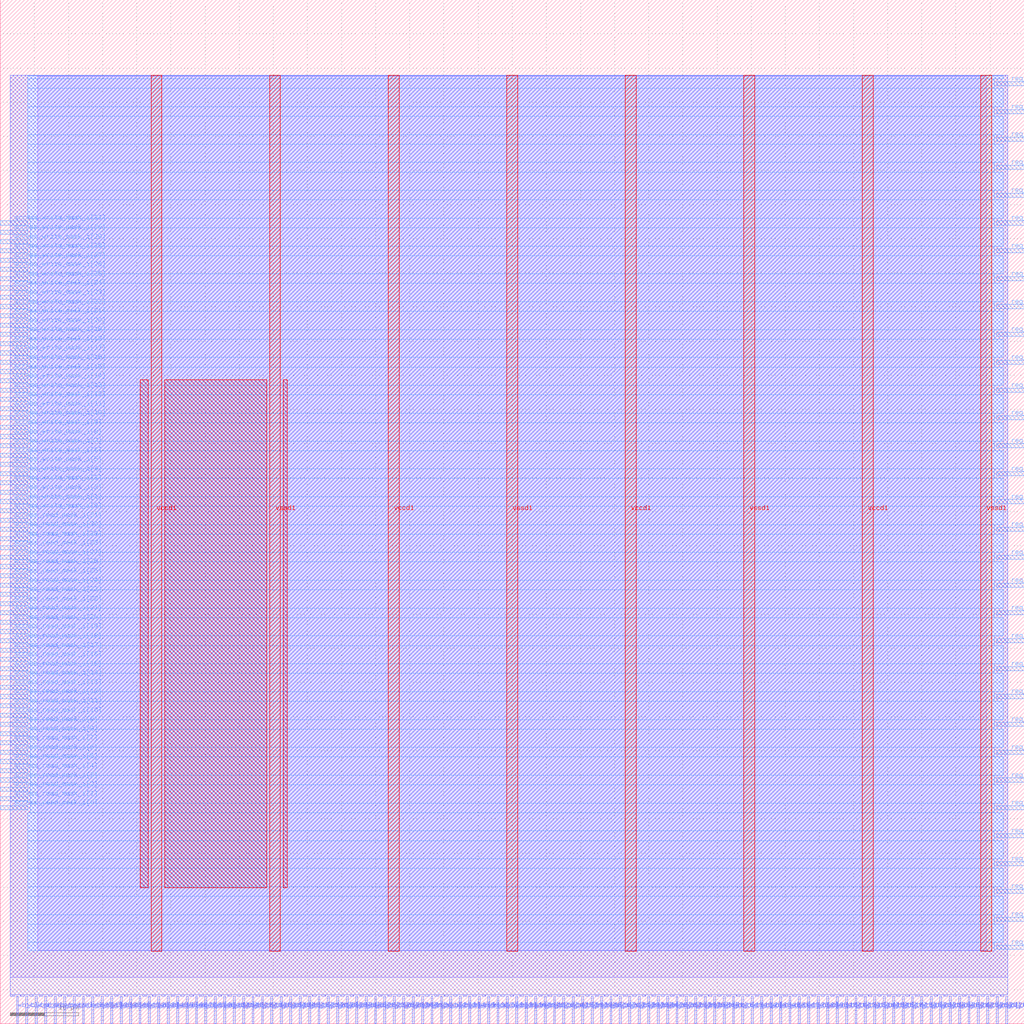
<source format=lef>
VERSION 5.7 ;
  NOWIREEXTENSIONATPIN ON ;
  DIVIDERCHAR "/" ;
  BUSBITCHARS "[]" ;
MACRO wishbone_register_m
  CLASS BLOCK ;
  FOREIGN wishbone_register_m ;
  ORIGIN 0.000 0.000 ;
  SIZE 150.000 BY 150.000 ;
  PIN access_read_mask_i[0]
    DIRECTION INPUT ;
    USE SIGNAL ;
    ANTENNAGATEAREA 0.196500 ;
    PORT
      LAYER met3 ;
        RECT 0.000 31.320 4.000 31.920 ;
    END
  END access_read_mask_i[0]
  PIN access_read_mask_i[10]
    DIRECTION INPUT ;
    USE SIGNAL ;
    ANTENNAGATEAREA 0.196500 ;
    PORT
      LAYER met3 ;
        RECT 0.000 44.920 4.000 45.520 ;
    END
  END access_read_mask_i[10]
  PIN access_read_mask_i[11]
    DIRECTION INPUT ;
    USE SIGNAL ;
    ANTENNAGATEAREA 0.196500 ;
    PORT
      LAYER met3 ;
        RECT 0.000 46.280 4.000 46.880 ;
    END
  END access_read_mask_i[11]
  PIN access_read_mask_i[12]
    DIRECTION INPUT ;
    USE SIGNAL ;
    ANTENNAGATEAREA 0.196500 ;
    PORT
      LAYER met3 ;
        RECT 0.000 47.640 4.000 48.240 ;
    END
  END access_read_mask_i[12]
  PIN access_read_mask_i[13]
    DIRECTION INPUT ;
    USE SIGNAL ;
    ANTENNAGATEAREA 0.196500 ;
    PORT
      LAYER met3 ;
        RECT 0.000 49.000 4.000 49.600 ;
    END
  END access_read_mask_i[13]
  PIN access_read_mask_i[14]
    DIRECTION INPUT ;
    USE SIGNAL ;
    ANTENNAGATEAREA 0.196500 ;
    PORT
      LAYER met3 ;
        RECT 0.000 50.360 4.000 50.960 ;
    END
  END access_read_mask_i[14]
  PIN access_read_mask_i[15]
    DIRECTION INPUT ;
    USE SIGNAL ;
    ANTENNAGATEAREA 0.196500 ;
    PORT
      LAYER met3 ;
        RECT 0.000 51.720 4.000 52.320 ;
    END
  END access_read_mask_i[15]
  PIN access_read_mask_i[16]
    DIRECTION INPUT ;
    USE SIGNAL ;
    ANTENNAGATEAREA 0.196500 ;
    PORT
      LAYER met3 ;
        RECT 0.000 53.080 4.000 53.680 ;
    END
  END access_read_mask_i[16]
  PIN access_read_mask_i[17]
    DIRECTION INPUT ;
    USE SIGNAL ;
    ANTENNAGATEAREA 0.196500 ;
    PORT
      LAYER met3 ;
        RECT 0.000 54.440 4.000 55.040 ;
    END
  END access_read_mask_i[17]
  PIN access_read_mask_i[18]
    DIRECTION INPUT ;
    USE SIGNAL ;
    ANTENNAGATEAREA 0.196500 ;
    PORT
      LAYER met3 ;
        RECT 0.000 55.800 4.000 56.400 ;
    END
  END access_read_mask_i[18]
  PIN access_read_mask_i[19]
    DIRECTION INPUT ;
    USE SIGNAL ;
    ANTENNAGATEAREA 0.196500 ;
    PORT
      LAYER met3 ;
        RECT 0.000 57.160 4.000 57.760 ;
    END
  END access_read_mask_i[19]
  PIN access_read_mask_i[1]
    DIRECTION INPUT ;
    USE SIGNAL ;
    ANTENNAGATEAREA 0.196500 ;
    PORT
      LAYER met3 ;
        RECT 0.000 32.680 4.000 33.280 ;
    END
  END access_read_mask_i[1]
  PIN access_read_mask_i[20]
    DIRECTION INPUT ;
    USE SIGNAL ;
    ANTENNAGATEAREA 0.196500 ;
    PORT
      LAYER met3 ;
        RECT 0.000 58.520 4.000 59.120 ;
    END
  END access_read_mask_i[20]
  PIN access_read_mask_i[21]
    DIRECTION INPUT ;
    USE SIGNAL ;
    ANTENNAGATEAREA 0.196500 ;
    PORT
      LAYER met3 ;
        RECT 0.000 59.880 4.000 60.480 ;
    END
  END access_read_mask_i[21]
  PIN access_read_mask_i[22]
    DIRECTION INPUT ;
    USE SIGNAL ;
    ANTENNAGATEAREA 0.196500 ;
    PORT
      LAYER met3 ;
        RECT 0.000 61.240 4.000 61.840 ;
    END
  END access_read_mask_i[22]
  PIN access_read_mask_i[23]
    DIRECTION INPUT ;
    USE SIGNAL ;
    ANTENNAGATEAREA 0.196500 ;
    PORT
      LAYER met3 ;
        RECT 0.000 62.600 4.000 63.200 ;
    END
  END access_read_mask_i[23]
  PIN access_read_mask_i[24]
    DIRECTION INPUT ;
    USE SIGNAL ;
    ANTENNAGATEAREA 0.196500 ;
    PORT
      LAYER met3 ;
        RECT 0.000 63.960 4.000 64.560 ;
    END
  END access_read_mask_i[24]
  PIN access_read_mask_i[25]
    DIRECTION INPUT ;
    USE SIGNAL ;
    ANTENNAGATEAREA 0.196500 ;
    PORT
      LAYER met3 ;
        RECT 0.000 65.320 4.000 65.920 ;
    END
  END access_read_mask_i[25]
  PIN access_read_mask_i[26]
    DIRECTION INPUT ;
    USE SIGNAL ;
    ANTENNAGATEAREA 0.196500 ;
    PORT
      LAYER met3 ;
        RECT 0.000 66.680 4.000 67.280 ;
    END
  END access_read_mask_i[26]
  PIN access_read_mask_i[27]
    DIRECTION INPUT ;
    USE SIGNAL ;
    ANTENNAGATEAREA 0.196500 ;
    PORT
      LAYER met3 ;
        RECT 0.000 68.040 4.000 68.640 ;
    END
  END access_read_mask_i[27]
  PIN access_read_mask_i[28]
    DIRECTION INPUT ;
    USE SIGNAL ;
    ANTENNAGATEAREA 0.196500 ;
    PORT
      LAYER met3 ;
        RECT 0.000 69.400 4.000 70.000 ;
    END
  END access_read_mask_i[28]
  PIN access_read_mask_i[29]
    DIRECTION INPUT ;
    USE SIGNAL ;
    ANTENNAGATEAREA 0.196500 ;
    PORT
      LAYER met3 ;
        RECT 0.000 70.760 4.000 71.360 ;
    END
  END access_read_mask_i[29]
  PIN access_read_mask_i[2]
    DIRECTION INPUT ;
    USE SIGNAL ;
    ANTENNAGATEAREA 0.196500 ;
    PORT
      LAYER met3 ;
        RECT 0.000 34.040 4.000 34.640 ;
    END
  END access_read_mask_i[2]
  PIN access_read_mask_i[30]
    DIRECTION INPUT ;
    USE SIGNAL ;
    ANTENNAGATEAREA 0.196500 ;
    PORT
      LAYER met3 ;
        RECT 0.000 72.120 4.000 72.720 ;
    END
  END access_read_mask_i[30]
  PIN access_read_mask_i[31]
    DIRECTION INPUT ;
    USE SIGNAL ;
    PORT
      LAYER met3 ;
        RECT 0.000 73.480 4.000 74.080 ;
    END
  END access_read_mask_i[31]
  PIN access_read_mask_i[3]
    DIRECTION INPUT ;
    USE SIGNAL ;
    ANTENNAGATEAREA 0.196500 ;
    PORT
      LAYER met3 ;
        RECT 0.000 35.400 4.000 36.000 ;
    END
  END access_read_mask_i[3]
  PIN access_read_mask_i[4]
    DIRECTION INPUT ;
    USE SIGNAL ;
    ANTENNAGATEAREA 0.196500 ;
    PORT
      LAYER met3 ;
        RECT 0.000 36.760 4.000 37.360 ;
    END
  END access_read_mask_i[4]
  PIN access_read_mask_i[5]
    DIRECTION INPUT ;
    USE SIGNAL ;
    ANTENNAGATEAREA 0.196500 ;
    PORT
      LAYER met3 ;
        RECT 0.000 38.120 4.000 38.720 ;
    END
  END access_read_mask_i[5]
  PIN access_read_mask_i[6]
    DIRECTION INPUT ;
    USE SIGNAL ;
    ANTENNAGATEAREA 0.196500 ;
    PORT
      LAYER met3 ;
        RECT 0.000 39.480 4.000 40.080 ;
    END
  END access_read_mask_i[6]
  PIN access_read_mask_i[7]
    DIRECTION INPUT ;
    USE SIGNAL ;
    ANTENNAGATEAREA 0.196500 ;
    PORT
      LAYER met3 ;
        RECT 0.000 40.840 4.000 41.440 ;
    END
  END access_read_mask_i[7]
  PIN access_read_mask_i[8]
    DIRECTION INPUT ;
    USE SIGNAL ;
    ANTENNAGATEAREA 0.196500 ;
    PORT
      LAYER met3 ;
        RECT 0.000 42.200 4.000 42.800 ;
    END
  END access_read_mask_i[8]
  PIN access_read_mask_i[9]
    DIRECTION INPUT ;
    USE SIGNAL ;
    ANTENNAGATEAREA 0.196500 ;
    PORT
      LAYER met3 ;
        RECT 0.000 43.560 4.000 44.160 ;
    END
  END access_read_mask_i[9]
  PIN access_write_mask_i[0]
    DIRECTION INPUT ;
    USE SIGNAL ;
    ANTENNAGATEAREA 0.196500 ;
    PORT
      LAYER met3 ;
        RECT 0.000 74.840 4.000 75.440 ;
    END
  END access_write_mask_i[0]
  PIN access_write_mask_i[10]
    DIRECTION INPUT ;
    USE SIGNAL ;
    ANTENNAGATEAREA 0.196500 ;
    PORT
      LAYER met3 ;
        RECT 0.000 88.440 4.000 89.040 ;
    END
  END access_write_mask_i[10]
  PIN access_write_mask_i[11]
    DIRECTION INPUT ;
    USE SIGNAL ;
    ANTENNAGATEAREA 0.196500 ;
    PORT
      LAYER met3 ;
        RECT 0.000 89.800 4.000 90.400 ;
    END
  END access_write_mask_i[11]
  PIN access_write_mask_i[12]
    DIRECTION INPUT ;
    USE SIGNAL ;
    ANTENNAGATEAREA 0.196500 ;
    PORT
      LAYER met3 ;
        RECT 0.000 91.160 4.000 91.760 ;
    END
  END access_write_mask_i[12]
  PIN access_write_mask_i[13]
    DIRECTION INPUT ;
    USE SIGNAL ;
    ANTENNAGATEAREA 0.196500 ;
    PORT
      LAYER met3 ;
        RECT 0.000 92.520 4.000 93.120 ;
    END
  END access_write_mask_i[13]
  PIN access_write_mask_i[14]
    DIRECTION INPUT ;
    USE SIGNAL ;
    ANTENNAGATEAREA 0.196500 ;
    PORT
      LAYER met3 ;
        RECT 0.000 93.880 4.000 94.480 ;
    END
  END access_write_mask_i[14]
  PIN access_write_mask_i[15]
    DIRECTION INPUT ;
    USE SIGNAL ;
    ANTENNAGATEAREA 0.196500 ;
    PORT
      LAYER met3 ;
        RECT 0.000 95.240 4.000 95.840 ;
    END
  END access_write_mask_i[15]
  PIN access_write_mask_i[16]
    DIRECTION INPUT ;
    USE SIGNAL ;
    ANTENNAGATEAREA 0.196500 ;
    PORT
      LAYER met3 ;
        RECT 0.000 96.600 4.000 97.200 ;
    END
  END access_write_mask_i[16]
  PIN access_write_mask_i[17]
    DIRECTION INPUT ;
    USE SIGNAL ;
    ANTENNAGATEAREA 0.196500 ;
    PORT
      LAYER met3 ;
        RECT 0.000 97.960 4.000 98.560 ;
    END
  END access_write_mask_i[17]
  PIN access_write_mask_i[18]
    DIRECTION INPUT ;
    USE SIGNAL ;
    ANTENNAGATEAREA 0.196500 ;
    PORT
      LAYER met3 ;
        RECT 0.000 99.320 4.000 99.920 ;
    END
  END access_write_mask_i[18]
  PIN access_write_mask_i[19]
    DIRECTION INPUT ;
    USE SIGNAL ;
    ANTENNAGATEAREA 0.196500 ;
    PORT
      LAYER met3 ;
        RECT 0.000 100.680 4.000 101.280 ;
    END
  END access_write_mask_i[19]
  PIN access_write_mask_i[1]
    DIRECTION INPUT ;
    USE SIGNAL ;
    ANTENNAGATEAREA 0.196500 ;
    PORT
      LAYER met3 ;
        RECT 0.000 76.200 4.000 76.800 ;
    END
  END access_write_mask_i[1]
  PIN access_write_mask_i[20]
    DIRECTION INPUT ;
    USE SIGNAL ;
    ANTENNAGATEAREA 0.196500 ;
    PORT
      LAYER met3 ;
        RECT 0.000 102.040 4.000 102.640 ;
    END
  END access_write_mask_i[20]
  PIN access_write_mask_i[21]
    DIRECTION INPUT ;
    USE SIGNAL ;
    ANTENNAGATEAREA 0.196500 ;
    PORT
      LAYER met3 ;
        RECT 0.000 103.400 4.000 104.000 ;
    END
  END access_write_mask_i[21]
  PIN access_write_mask_i[22]
    DIRECTION INPUT ;
    USE SIGNAL ;
    ANTENNAGATEAREA 0.196500 ;
    PORT
      LAYER met3 ;
        RECT 0.000 104.760 4.000 105.360 ;
    END
  END access_write_mask_i[22]
  PIN access_write_mask_i[23]
    DIRECTION INPUT ;
    USE SIGNAL ;
    ANTENNAGATEAREA 0.196500 ;
    PORT
      LAYER met3 ;
        RECT 0.000 106.120 4.000 106.720 ;
    END
  END access_write_mask_i[23]
  PIN access_write_mask_i[24]
    DIRECTION INPUT ;
    USE SIGNAL ;
    ANTENNAGATEAREA 0.196500 ;
    PORT
      LAYER met3 ;
        RECT 0.000 107.480 4.000 108.080 ;
    END
  END access_write_mask_i[24]
  PIN access_write_mask_i[25]
    DIRECTION INPUT ;
    USE SIGNAL ;
    ANTENNAGATEAREA 0.196500 ;
    PORT
      LAYER met3 ;
        RECT 0.000 108.840 4.000 109.440 ;
    END
  END access_write_mask_i[25]
  PIN access_write_mask_i[26]
    DIRECTION INPUT ;
    USE SIGNAL ;
    ANTENNAGATEAREA 0.196500 ;
    PORT
      LAYER met3 ;
        RECT 0.000 110.200 4.000 110.800 ;
    END
  END access_write_mask_i[26]
  PIN access_write_mask_i[27]
    DIRECTION INPUT ;
    USE SIGNAL ;
    ANTENNAGATEAREA 0.196500 ;
    PORT
      LAYER met3 ;
        RECT 0.000 111.560 4.000 112.160 ;
    END
  END access_write_mask_i[27]
  PIN access_write_mask_i[28]
    DIRECTION INPUT ;
    USE SIGNAL ;
    ANTENNAGATEAREA 0.196500 ;
    PORT
      LAYER met3 ;
        RECT 0.000 112.920 4.000 113.520 ;
    END
  END access_write_mask_i[28]
  PIN access_write_mask_i[29]
    DIRECTION INPUT ;
    USE SIGNAL ;
    ANTENNAGATEAREA 0.196500 ;
    PORT
      LAYER met3 ;
        RECT 0.000 114.280 4.000 114.880 ;
    END
  END access_write_mask_i[29]
  PIN access_write_mask_i[2]
    DIRECTION INPUT ;
    USE SIGNAL ;
    ANTENNAGATEAREA 0.196500 ;
    PORT
      LAYER met3 ;
        RECT 0.000 77.560 4.000 78.160 ;
    END
  END access_write_mask_i[2]
  PIN access_write_mask_i[30]
    DIRECTION INPUT ;
    USE SIGNAL ;
    ANTENNAGATEAREA 0.196500 ;
    PORT
      LAYER met3 ;
        RECT 0.000 115.640 4.000 116.240 ;
    END
  END access_write_mask_i[30]
  PIN access_write_mask_i[31]
    DIRECTION INPUT ;
    USE SIGNAL ;
    PORT
      LAYER met3 ;
        RECT 0.000 117.000 4.000 117.600 ;
    END
  END access_write_mask_i[31]
  PIN access_write_mask_i[3]
    DIRECTION INPUT ;
    USE SIGNAL ;
    ANTENNAGATEAREA 0.196500 ;
    PORT
      LAYER met3 ;
        RECT 0.000 78.920 4.000 79.520 ;
    END
  END access_write_mask_i[3]
  PIN access_write_mask_i[4]
    DIRECTION INPUT ;
    USE SIGNAL ;
    ANTENNAGATEAREA 0.196500 ;
    PORT
      LAYER met3 ;
        RECT 0.000 80.280 4.000 80.880 ;
    END
  END access_write_mask_i[4]
  PIN access_write_mask_i[5]
    DIRECTION INPUT ;
    USE SIGNAL ;
    ANTENNAGATEAREA 0.196500 ;
    PORT
      LAYER met3 ;
        RECT 0.000 81.640 4.000 82.240 ;
    END
  END access_write_mask_i[5]
  PIN access_write_mask_i[6]
    DIRECTION INPUT ;
    USE SIGNAL ;
    ANTENNAGATEAREA 0.196500 ;
    PORT
      LAYER met3 ;
        RECT 0.000 83.000 4.000 83.600 ;
    END
  END access_write_mask_i[6]
  PIN access_write_mask_i[7]
    DIRECTION INPUT ;
    USE SIGNAL ;
    ANTENNAGATEAREA 0.196500 ;
    PORT
      LAYER met3 ;
        RECT 0.000 84.360 4.000 84.960 ;
    END
  END access_write_mask_i[7]
  PIN access_write_mask_i[8]
    DIRECTION INPUT ;
    USE SIGNAL ;
    ANTENNAGATEAREA 0.196500 ;
    PORT
      LAYER met3 ;
        RECT 0.000 85.720 4.000 86.320 ;
    END
  END access_write_mask_i[8]
  PIN access_write_mask_i[9]
    DIRECTION INPUT ;
    USE SIGNAL ;
    ANTENNAGATEAREA 0.196500 ;
    PORT
      LAYER met3 ;
        RECT 0.000 87.080 4.000 87.680 ;
    END
  END access_write_mask_i[9]
  PIN reg_o[0]
    DIRECTION OUTPUT TRISTATE ;
    USE SIGNAL ;
    ANTENNADIFFAREA 2.673000 ;
    PORT
      LAYER met3 ;
        RECT 146.000 10.920 150.000 11.520 ;
    END
  END reg_o[0]
  PIN reg_o[10]
    DIRECTION OUTPUT TRISTATE ;
    USE SIGNAL ;
    ANTENNADIFFAREA 2.673000 ;
    PORT
      LAYER met3 ;
        RECT 146.000 51.720 150.000 52.320 ;
    END
  END reg_o[10]
  PIN reg_o[11]
    DIRECTION OUTPUT TRISTATE ;
    USE SIGNAL ;
    ANTENNADIFFAREA 2.673000 ;
    PORT
      LAYER met3 ;
        RECT 146.000 55.800 150.000 56.400 ;
    END
  END reg_o[11]
  PIN reg_o[12]
    DIRECTION OUTPUT TRISTATE ;
    USE SIGNAL ;
    ANTENNADIFFAREA 2.673000 ;
    PORT
      LAYER met3 ;
        RECT 146.000 59.880 150.000 60.480 ;
    END
  END reg_o[12]
  PIN reg_o[13]
    DIRECTION OUTPUT TRISTATE ;
    USE SIGNAL ;
    ANTENNADIFFAREA 2.673000 ;
    PORT
      LAYER met3 ;
        RECT 146.000 63.960 150.000 64.560 ;
    END
  END reg_o[13]
  PIN reg_o[14]
    DIRECTION OUTPUT TRISTATE ;
    USE SIGNAL ;
    ANTENNADIFFAREA 2.673000 ;
    PORT
      LAYER met3 ;
        RECT 146.000 68.040 150.000 68.640 ;
    END
  END reg_o[14]
  PIN reg_o[15]
    DIRECTION OUTPUT TRISTATE ;
    USE SIGNAL ;
    ANTENNADIFFAREA 2.673000 ;
    PORT
      LAYER met3 ;
        RECT 146.000 72.120 150.000 72.720 ;
    END
  END reg_o[15]
  PIN reg_o[16]
    DIRECTION OUTPUT TRISTATE ;
    USE SIGNAL ;
    ANTENNADIFFAREA 2.673000 ;
    PORT
      LAYER met3 ;
        RECT 146.000 76.200 150.000 76.800 ;
    END
  END reg_o[16]
  PIN reg_o[17]
    DIRECTION OUTPUT TRISTATE ;
    USE SIGNAL ;
    ANTENNADIFFAREA 2.673000 ;
    PORT
      LAYER met3 ;
        RECT 146.000 80.280 150.000 80.880 ;
    END
  END reg_o[17]
  PIN reg_o[18]
    DIRECTION OUTPUT TRISTATE ;
    USE SIGNAL ;
    ANTENNADIFFAREA 2.673000 ;
    PORT
      LAYER met3 ;
        RECT 146.000 84.360 150.000 84.960 ;
    END
  END reg_o[18]
  PIN reg_o[19]
    DIRECTION OUTPUT TRISTATE ;
    USE SIGNAL ;
    ANTENNADIFFAREA 2.673000 ;
    PORT
      LAYER met3 ;
        RECT 146.000 88.440 150.000 89.040 ;
    END
  END reg_o[19]
  PIN reg_o[1]
    DIRECTION OUTPUT TRISTATE ;
    USE SIGNAL ;
    ANTENNADIFFAREA 2.673000 ;
    PORT
      LAYER met3 ;
        RECT 146.000 15.000 150.000 15.600 ;
    END
  END reg_o[1]
  PIN reg_o[20]
    DIRECTION OUTPUT TRISTATE ;
    USE SIGNAL ;
    ANTENNADIFFAREA 2.673000 ;
    PORT
      LAYER met3 ;
        RECT 146.000 92.520 150.000 93.120 ;
    END
  END reg_o[20]
  PIN reg_o[21]
    DIRECTION OUTPUT TRISTATE ;
    USE SIGNAL ;
    ANTENNADIFFAREA 2.673000 ;
    PORT
      LAYER met3 ;
        RECT 146.000 96.600 150.000 97.200 ;
    END
  END reg_o[21]
  PIN reg_o[22]
    DIRECTION OUTPUT TRISTATE ;
    USE SIGNAL ;
    ANTENNADIFFAREA 2.673000 ;
    PORT
      LAYER met3 ;
        RECT 146.000 100.680 150.000 101.280 ;
    END
  END reg_o[22]
  PIN reg_o[23]
    DIRECTION OUTPUT TRISTATE ;
    USE SIGNAL ;
    ANTENNADIFFAREA 2.673000 ;
    PORT
      LAYER met3 ;
        RECT 146.000 104.760 150.000 105.360 ;
    END
  END reg_o[23]
  PIN reg_o[24]
    DIRECTION OUTPUT TRISTATE ;
    USE SIGNAL ;
    ANTENNADIFFAREA 2.673000 ;
    PORT
      LAYER met3 ;
        RECT 146.000 108.840 150.000 109.440 ;
    END
  END reg_o[24]
  PIN reg_o[25]
    DIRECTION OUTPUT TRISTATE ;
    USE SIGNAL ;
    ANTENNADIFFAREA 2.673000 ;
    PORT
      LAYER met3 ;
        RECT 146.000 112.920 150.000 113.520 ;
    END
  END reg_o[25]
  PIN reg_o[26]
    DIRECTION OUTPUT TRISTATE ;
    USE SIGNAL ;
    ANTENNADIFFAREA 2.673000 ;
    PORT
      LAYER met3 ;
        RECT 146.000 117.000 150.000 117.600 ;
    END
  END reg_o[26]
  PIN reg_o[27]
    DIRECTION OUTPUT TRISTATE ;
    USE SIGNAL ;
    ANTENNADIFFAREA 2.673000 ;
    PORT
      LAYER met3 ;
        RECT 146.000 121.080 150.000 121.680 ;
    END
  END reg_o[27]
  PIN reg_o[28]
    DIRECTION OUTPUT TRISTATE ;
    USE SIGNAL ;
    ANTENNADIFFAREA 2.673000 ;
    PORT
      LAYER met3 ;
        RECT 146.000 125.160 150.000 125.760 ;
    END
  END reg_o[28]
  PIN reg_o[29]
    DIRECTION OUTPUT TRISTATE ;
    USE SIGNAL ;
    ANTENNADIFFAREA 2.673000 ;
    PORT
      LAYER met3 ;
        RECT 146.000 129.240 150.000 129.840 ;
    END
  END reg_o[29]
  PIN reg_o[2]
    DIRECTION OUTPUT TRISTATE ;
    USE SIGNAL ;
    ANTENNADIFFAREA 2.673000 ;
    PORT
      LAYER met3 ;
        RECT 146.000 19.080 150.000 19.680 ;
    END
  END reg_o[2]
  PIN reg_o[30]
    DIRECTION OUTPUT TRISTATE ;
    USE SIGNAL ;
    ANTENNADIFFAREA 2.673000 ;
    PORT
      LAYER met3 ;
        RECT 146.000 133.320 150.000 133.920 ;
    END
  END reg_o[30]
  PIN reg_o[31]
    DIRECTION OUTPUT TRISTATE ;
    USE SIGNAL ;
    PORT
      LAYER met3 ;
        RECT 146.000 137.400 150.000 138.000 ;
    END
  END reg_o[31]
  PIN reg_o[3]
    DIRECTION OUTPUT TRISTATE ;
    USE SIGNAL ;
    ANTENNADIFFAREA 2.673000 ;
    PORT
      LAYER met3 ;
        RECT 146.000 23.160 150.000 23.760 ;
    END
  END reg_o[3]
  PIN reg_o[4]
    DIRECTION OUTPUT TRISTATE ;
    USE SIGNAL ;
    ANTENNADIFFAREA 2.673000 ;
    PORT
      LAYER met3 ;
        RECT 146.000 27.240 150.000 27.840 ;
    END
  END reg_o[4]
  PIN reg_o[5]
    DIRECTION OUTPUT TRISTATE ;
    USE SIGNAL ;
    ANTENNADIFFAREA 2.673000 ;
    PORT
      LAYER met3 ;
        RECT 146.000 31.320 150.000 31.920 ;
    END
  END reg_o[5]
  PIN reg_o[6]
    DIRECTION OUTPUT TRISTATE ;
    USE SIGNAL ;
    ANTENNADIFFAREA 2.673000 ;
    PORT
      LAYER met3 ;
        RECT 146.000 35.400 150.000 36.000 ;
    END
  END reg_o[6]
  PIN reg_o[7]
    DIRECTION OUTPUT TRISTATE ;
    USE SIGNAL ;
    ANTENNADIFFAREA 2.673000 ;
    PORT
      LAYER met3 ;
        RECT 146.000 39.480 150.000 40.080 ;
    END
  END reg_o[7]
  PIN reg_o[8]
    DIRECTION OUTPUT TRISTATE ;
    USE SIGNAL ;
    ANTENNADIFFAREA 2.673000 ;
    PORT
      LAYER met3 ;
        RECT 146.000 43.560 150.000 44.160 ;
    END
  END reg_o[8]
  PIN reg_o[9]
    DIRECTION OUTPUT TRISTATE ;
    USE SIGNAL ;
    ANTENNADIFFAREA 2.673000 ;
    PORT
      LAYER met3 ;
        RECT 146.000 47.640 150.000 48.240 ;
    END
  END reg_o[9]
  PIN vccd1
    DIRECTION INOUT ;
    USE POWER ;
    PORT
      LAYER met4 ;
        RECT 22.085 10.640 23.685 138.960 ;
    END
    PORT
      LAYER met4 ;
        RECT 56.815 10.640 58.415 138.960 ;
    END
    PORT
      LAYER met4 ;
        RECT 91.545 10.640 93.145 138.960 ;
    END
    PORT
      LAYER met4 ;
        RECT 126.275 10.640 127.875 138.960 ;
    END
  END vccd1
  PIN vssd1
    DIRECTION INOUT ;
    USE GROUND ;
    PORT
      LAYER met4 ;
        RECT 39.450 10.640 41.050 138.960 ;
    END
    PORT
      LAYER met4 ;
        RECT 74.180 10.640 75.780 138.960 ;
    END
    PORT
      LAYER met4 ;
        RECT 108.910 10.640 110.510 138.960 ;
    END
    PORT
      LAYER met4 ;
        RECT 143.640 10.640 145.240 138.960 ;
    END
  END vssd1
  PIN wb_clk_i
    DIRECTION INPUT ;
    USE SIGNAL ;
    ANTENNAGATEAREA 0.852000 ;
    PORT
      LAYER met2 ;
        RECT 2.390 0.000 2.670 4.000 ;
    END
  END wb_clk_i
  PIN wb_rst_i
    DIRECTION INPUT ;
    USE SIGNAL ;
    ANTENNAGATEAREA 0.196500 ;
    PORT
      LAYER met2 ;
        RECT 3.770 0.000 4.050 4.000 ;
    END
  END wb_rst_i
  PIN wbs_ack_o
    DIRECTION OUTPUT TRISTATE ;
    USE SIGNAL ;
    ANTENNADIFFAREA 2.673000 ;
    PORT
      LAYER met2 ;
        RECT 103.130 0.000 103.410 4.000 ;
    END
  END wbs_ack_o
  PIN wbs_adr_i[0]
    DIRECTION INPUT ;
    USE SIGNAL ;
    PORT
      LAYER met2 ;
        RECT 58.970 0.000 59.250 4.000 ;
    END
  END wbs_adr_i[0]
  PIN wbs_adr_i[10]
    DIRECTION INPUT ;
    USE SIGNAL ;
    PORT
      LAYER met2 ;
        RECT 72.770 0.000 73.050 4.000 ;
    END
  END wbs_adr_i[10]
  PIN wbs_adr_i[11]
    DIRECTION INPUT ;
    USE SIGNAL ;
    PORT
      LAYER met2 ;
        RECT 74.150 0.000 74.430 4.000 ;
    END
  END wbs_adr_i[11]
  PIN wbs_adr_i[12]
    DIRECTION INPUT ;
    USE SIGNAL ;
    PORT
      LAYER met2 ;
        RECT 75.530 0.000 75.810 4.000 ;
    END
  END wbs_adr_i[12]
  PIN wbs_adr_i[13]
    DIRECTION INPUT ;
    USE SIGNAL ;
    PORT
      LAYER met2 ;
        RECT 76.910 0.000 77.190 4.000 ;
    END
  END wbs_adr_i[13]
  PIN wbs_adr_i[14]
    DIRECTION INPUT ;
    USE SIGNAL ;
    PORT
      LAYER met2 ;
        RECT 78.290 0.000 78.570 4.000 ;
    END
  END wbs_adr_i[14]
  PIN wbs_adr_i[15]
    DIRECTION INPUT ;
    USE SIGNAL ;
    PORT
      LAYER met2 ;
        RECT 79.670 0.000 79.950 4.000 ;
    END
  END wbs_adr_i[15]
  PIN wbs_adr_i[16]
    DIRECTION INPUT ;
    USE SIGNAL ;
    PORT
      LAYER met2 ;
        RECT 81.050 0.000 81.330 4.000 ;
    END
  END wbs_adr_i[16]
  PIN wbs_adr_i[17]
    DIRECTION INPUT ;
    USE SIGNAL ;
    PORT
      LAYER met2 ;
        RECT 82.430 0.000 82.710 4.000 ;
    END
  END wbs_adr_i[17]
  PIN wbs_adr_i[18]
    DIRECTION INPUT ;
    USE SIGNAL ;
    PORT
      LAYER met2 ;
        RECT 83.810 0.000 84.090 4.000 ;
    END
  END wbs_adr_i[18]
  PIN wbs_adr_i[19]
    DIRECTION INPUT ;
    USE SIGNAL ;
    PORT
      LAYER met2 ;
        RECT 85.190 0.000 85.470 4.000 ;
    END
  END wbs_adr_i[19]
  PIN wbs_adr_i[1]
    DIRECTION INPUT ;
    USE SIGNAL ;
    PORT
      LAYER met2 ;
        RECT 60.350 0.000 60.630 4.000 ;
    END
  END wbs_adr_i[1]
  PIN wbs_adr_i[20]
    DIRECTION INPUT ;
    USE SIGNAL ;
    PORT
      LAYER met2 ;
        RECT 86.570 0.000 86.850 4.000 ;
    END
  END wbs_adr_i[20]
  PIN wbs_adr_i[21]
    DIRECTION INPUT ;
    USE SIGNAL ;
    PORT
      LAYER met2 ;
        RECT 87.950 0.000 88.230 4.000 ;
    END
  END wbs_adr_i[21]
  PIN wbs_adr_i[22]
    DIRECTION INPUT ;
    USE SIGNAL ;
    PORT
      LAYER met2 ;
        RECT 89.330 0.000 89.610 4.000 ;
    END
  END wbs_adr_i[22]
  PIN wbs_adr_i[23]
    DIRECTION INPUT ;
    USE SIGNAL ;
    PORT
      LAYER met2 ;
        RECT 90.710 0.000 90.990 4.000 ;
    END
  END wbs_adr_i[23]
  PIN wbs_adr_i[24]
    DIRECTION INPUT ;
    USE SIGNAL ;
    PORT
      LAYER met2 ;
        RECT 92.090 0.000 92.370 4.000 ;
    END
  END wbs_adr_i[24]
  PIN wbs_adr_i[25]
    DIRECTION INPUT ;
    USE SIGNAL ;
    PORT
      LAYER met2 ;
        RECT 93.470 0.000 93.750 4.000 ;
    END
  END wbs_adr_i[25]
  PIN wbs_adr_i[26]
    DIRECTION INPUT ;
    USE SIGNAL ;
    PORT
      LAYER met2 ;
        RECT 94.850 0.000 95.130 4.000 ;
    END
  END wbs_adr_i[26]
  PIN wbs_adr_i[27]
    DIRECTION INPUT ;
    USE SIGNAL ;
    PORT
      LAYER met2 ;
        RECT 96.230 0.000 96.510 4.000 ;
    END
  END wbs_adr_i[27]
  PIN wbs_adr_i[28]
    DIRECTION INPUT ;
    USE SIGNAL ;
    PORT
      LAYER met2 ;
        RECT 97.610 0.000 97.890 4.000 ;
    END
  END wbs_adr_i[28]
  PIN wbs_adr_i[29]
    DIRECTION INPUT ;
    USE SIGNAL ;
    PORT
      LAYER met2 ;
        RECT 98.990 0.000 99.270 4.000 ;
    END
  END wbs_adr_i[29]
  PIN wbs_adr_i[2]
    DIRECTION INPUT ;
    USE SIGNAL ;
    PORT
      LAYER met2 ;
        RECT 61.730 0.000 62.010 4.000 ;
    END
  END wbs_adr_i[2]
  PIN wbs_adr_i[30]
    DIRECTION INPUT ;
    USE SIGNAL ;
    PORT
      LAYER met2 ;
        RECT 100.370 0.000 100.650 4.000 ;
    END
  END wbs_adr_i[30]
  PIN wbs_adr_i[31]
    DIRECTION INPUT ;
    USE SIGNAL ;
    PORT
      LAYER met2 ;
        RECT 101.750 0.000 102.030 4.000 ;
    END
  END wbs_adr_i[31]
  PIN wbs_adr_i[3]
    DIRECTION INPUT ;
    USE SIGNAL ;
    PORT
      LAYER met2 ;
        RECT 63.110 0.000 63.390 4.000 ;
    END
  END wbs_adr_i[3]
  PIN wbs_adr_i[4]
    DIRECTION INPUT ;
    USE SIGNAL ;
    PORT
      LAYER met2 ;
        RECT 64.490 0.000 64.770 4.000 ;
    END
  END wbs_adr_i[4]
  PIN wbs_adr_i[5]
    DIRECTION INPUT ;
    USE SIGNAL ;
    PORT
      LAYER met2 ;
        RECT 65.870 0.000 66.150 4.000 ;
    END
  END wbs_adr_i[5]
  PIN wbs_adr_i[6]
    DIRECTION INPUT ;
    USE SIGNAL ;
    PORT
      LAYER met2 ;
        RECT 67.250 0.000 67.530 4.000 ;
    END
  END wbs_adr_i[6]
  PIN wbs_adr_i[7]
    DIRECTION INPUT ;
    USE SIGNAL ;
    PORT
      LAYER met2 ;
        RECT 68.630 0.000 68.910 4.000 ;
    END
  END wbs_adr_i[7]
  PIN wbs_adr_i[8]
    DIRECTION INPUT ;
    USE SIGNAL ;
    PORT
      LAYER met2 ;
        RECT 70.010 0.000 70.290 4.000 ;
    END
  END wbs_adr_i[8]
  PIN wbs_adr_i[9]
    DIRECTION INPUT ;
    USE SIGNAL ;
    PORT
      LAYER met2 ;
        RECT 71.390 0.000 71.670 4.000 ;
    END
  END wbs_adr_i[9]
  PIN wbs_cyc_i
    DIRECTION INPUT ;
    USE SIGNAL ;
    ANTENNAGATEAREA 0.196500 ;
    PORT
      LAYER met2 ;
        RECT 6.530 0.000 6.810 4.000 ;
    END
  END wbs_cyc_i
  PIN wbs_dat_i[0]
    DIRECTION INPUT ;
    USE SIGNAL ;
    ANTENNAGATEAREA 0.126000 ;
    PORT
      LAYER met2 ;
        RECT 14.810 0.000 15.090 4.000 ;
    END
  END wbs_dat_i[0]
  PIN wbs_dat_i[10]
    DIRECTION INPUT ;
    USE SIGNAL ;
    ANTENNAGATEAREA 0.126000 ;
    PORT
      LAYER met2 ;
        RECT 28.610 0.000 28.890 4.000 ;
    END
  END wbs_dat_i[10]
  PIN wbs_dat_i[11]
    DIRECTION INPUT ;
    USE SIGNAL ;
    ANTENNAGATEAREA 0.126000 ;
    PORT
      LAYER met2 ;
        RECT 29.990 0.000 30.270 4.000 ;
    END
  END wbs_dat_i[11]
  PIN wbs_dat_i[12]
    DIRECTION INPUT ;
    USE SIGNAL ;
    ANTENNAGATEAREA 0.126000 ;
    PORT
      LAYER met2 ;
        RECT 31.370 0.000 31.650 4.000 ;
    END
  END wbs_dat_i[12]
  PIN wbs_dat_i[13]
    DIRECTION INPUT ;
    USE SIGNAL ;
    ANTENNAGATEAREA 0.126000 ;
    PORT
      LAYER met2 ;
        RECT 32.750 0.000 33.030 4.000 ;
    END
  END wbs_dat_i[13]
  PIN wbs_dat_i[14]
    DIRECTION INPUT ;
    USE SIGNAL ;
    ANTENNAGATEAREA 0.126000 ;
    PORT
      LAYER met2 ;
        RECT 34.130 0.000 34.410 4.000 ;
    END
  END wbs_dat_i[14]
  PIN wbs_dat_i[15]
    DIRECTION INPUT ;
    USE SIGNAL ;
    ANTENNAGATEAREA 0.126000 ;
    PORT
      LAYER met2 ;
        RECT 35.510 0.000 35.790 4.000 ;
    END
  END wbs_dat_i[15]
  PIN wbs_dat_i[16]
    DIRECTION INPUT ;
    USE SIGNAL ;
    ANTENNAGATEAREA 0.126000 ;
    PORT
      LAYER met2 ;
        RECT 36.890 0.000 37.170 4.000 ;
    END
  END wbs_dat_i[16]
  PIN wbs_dat_i[17]
    DIRECTION INPUT ;
    USE SIGNAL ;
    ANTENNAGATEAREA 0.126000 ;
    PORT
      LAYER met2 ;
        RECT 38.270 0.000 38.550 4.000 ;
    END
  END wbs_dat_i[17]
  PIN wbs_dat_i[18]
    DIRECTION INPUT ;
    USE SIGNAL ;
    ANTENNAGATEAREA 0.126000 ;
    PORT
      LAYER met2 ;
        RECT 39.650 0.000 39.930 4.000 ;
    END
  END wbs_dat_i[18]
  PIN wbs_dat_i[19]
    DIRECTION INPUT ;
    USE SIGNAL ;
    ANTENNAGATEAREA 0.126000 ;
    PORT
      LAYER met2 ;
        RECT 41.030 0.000 41.310 4.000 ;
    END
  END wbs_dat_i[19]
  PIN wbs_dat_i[1]
    DIRECTION INPUT ;
    USE SIGNAL ;
    ANTENNAGATEAREA 0.126000 ;
    PORT
      LAYER met2 ;
        RECT 16.190 0.000 16.470 4.000 ;
    END
  END wbs_dat_i[1]
  PIN wbs_dat_i[20]
    DIRECTION INPUT ;
    USE SIGNAL ;
    ANTENNAGATEAREA 0.126000 ;
    PORT
      LAYER met2 ;
        RECT 42.410 0.000 42.690 4.000 ;
    END
  END wbs_dat_i[20]
  PIN wbs_dat_i[21]
    DIRECTION INPUT ;
    USE SIGNAL ;
    ANTENNAGATEAREA 0.126000 ;
    PORT
      LAYER met2 ;
        RECT 43.790 0.000 44.070 4.000 ;
    END
  END wbs_dat_i[21]
  PIN wbs_dat_i[22]
    DIRECTION INPUT ;
    USE SIGNAL ;
    ANTENNAGATEAREA 0.126000 ;
    PORT
      LAYER met2 ;
        RECT 45.170 0.000 45.450 4.000 ;
    END
  END wbs_dat_i[22]
  PIN wbs_dat_i[23]
    DIRECTION INPUT ;
    USE SIGNAL ;
    ANTENNAGATEAREA 0.126000 ;
    PORT
      LAYER met2 ;
        RECT 46.550 0.000 46.830 4.000 ;
    END
  END wbs_dat_i[23]
  PIN wbs_dat_i[24]
    DIRECTION INPUT ;
    USE SIGNAL ;
    ANTENNAGATEAREA 0.126000 ;
    PORT
      LAYER met2 ;
        RECT 47.930 0.000 48.210 4.000 ;
    END
  END wbs_dat_i[24]
  PIN wbs_dat_i[25]
    DIRECTION INPUT ;
    USE SIGNAL ;
    ANTENNAGATEAREA 0.126000 ;
    PORT
      LAYER met2 ;
        RECT 49.310 0.000 49.590 4.000 ;
    END
  END wbs_dat_i[25]
  PIN wbs_dat_i[26]
    DIRECTION INPUT ;
    USE SIGNAL ;
    ANTENNAGATEAREA 0.126000 ;
    PORT
      LAYER met2 ;
        RECT 50.690 0.000 50.970 4.000 ;
    END
  END wbs_dat_i[26]
  PIN wbs_dat_i[27]
    DIRECTION INPUT ;
    USE SIGNAL ;
    ANTENNAGATEAREA 0.126000 ;
    PORT
      LAYER met2 ;
        RECT 52.070 0.000 52.350 4.000 ;
    END
  END wbs_dat_i[27]
  PIN wbs_dat_i[28]
    DIRECTION INPUT ;
    USE SIGNAL ;
    ANTENNAGATEAREA 0.126000 ;
    PORT
      LAYER met2 ;
        RECT 53.450 0.000 53.730 4.000 ;
    END
  END wbs_dat_i[28]
  PIN wbs_dat_i[29]
    DIRECTION INPUT ;
    USE SIGNAL ;
    ANTENNAGATEAREA 0.126000 ;
    PORT
      LAYER met2 ;
        RECT 54.830 0.000 55.110 4.000 ;
    END
  END wbs_dat_i[29]
  PIN wbs_dat_i[2]
    DIRECTION INPUT ;
    USE SIGNAL ;
    ANTENNAGATEAREA 0.126000 ;
    PORT
      LAYER met2 ;
        RECT 17.570 0.000 17.850 4.000 ;
    END
  END wbs_dat_i[2]
  PIN wbs_dat_i[30]
    DIRECTION INPUT ;
    USE SIGNAL ;
    ANTENNAGATEAREA 0.126000 ;
    PORT
      LAYER met2 ;
        RECT 56.210 0.000 56.490 4.000 ;
    END
  END wbs_dat_i[30]
  PIN wbs_dat_i[31]
    DIRECTION INPUT ;
    USE SIGNAL ;
    PORT
      LAYER met2 ;
        RECT 57.590 0.000 57.870 4.000 ;
    END
  END wbs_dat_i[31]
  PIN wbs_dat_i[3]
    DIRECTION INPUT ;
    USE SIGNAL ;
    ANTENNAGATEAREA 0.126000 ;
    PORT
      LAYER met2 ;
        RECT 18.950 0.000 19.230 4.000 ;
    END
  END wbs_dat_i[3]
  PIN wbs_dat_i[4]
    DIRECTION INPUT ;
    USE SIGNAL ;
    ANTENNAGATEAREA 0.126000 ;
    PORT
      LAYER met2 ;
        RECT 20.330 0.000 20.610 4.000 ;
    END
  END wbs_dat_i[4]
  PIN wbs_dat_i[5]
    DIRECTION INPUT ;
    USE SIGNAL ;
    ANTENNAGATEAREA 0.126000 ;
    PORT
      LAYER met2 ;
        RECT 21.710 0.000 21.990 4.000 ;
    END
  END wbs_dat_i[5]
  PIN wbs_dat_i[6]
    DIRECTION INPUT ;
    USE SIGNAL ;
    ANTENNAGATEAREA 0.126000 ;
    PORT
      LAYER met2 ;
        RECT 23.090 0.000 23.370 4.000 ;
    END
  END wbs_dat_i[6]
  PIN wbs_dat_i[7]
    DIRECTION INPUT ;
    USE SIGNAL ;
    ANTENNAGATEAREA 0.126000 ;
    PORT
      LAYER met2 ;
        RECT 24.470 0.000 24.750 4.000 ;
    END
  END wbs_dat_i[7]
  PIN wbs_dat_i[8]
    DIRECTION INPUT ;
    USE SIGNAL ;
    ANTENNAGATEAREA 0.126000 ;
    PORT
      LAYER met2 ;
        RECT 25.850 0.000 26.130 4.000 ;
    END
  END wbs_dat_i[8]
  PIN wbs_dat_i[9]
    DIRECTION INPUT ;
    USE SIGNAL ;
    ANTENNAGATEAREA 0.126000 ;
    PORT
      LAYER met2 ;
        RECT 27.230 0.000 27.510 4.000 ;
    END
  END wbs_dat_i[9]
  PIN wbs_dat_o[0]
    DIRECTION OUTPUT TRISTATE ;
    USE SIGNAL ;
    ANTENNADIFFAREA 2.673000 ;
    PORT
      LAYER met2 ;
        RECT 104.510 0.000 104.790 4.000 ;
    END
  END wbs_dat_o[0]
  PIN wbs_dat_o[10]
    DIRECTION OUTPUT TRISTATE ;
    USE SIGNAL ;
    ANTENNADIFFAREA 2.673000 ;
    PORT
      LAYER met2 ;
        RECT 118.310 0.000 118.590 4.000 ;
    END
  END wbs_dat_o[10]
  PIN wbs_dat_o[11]
    DIRECTION OUTPUT TRISTATE ;
    USE SIGNAL ;
    ANTENNADIFFAREA 2.673000 ;
    PORT
      LAYER met2 ;
        RECT 119.690 0.000 119.970 4.000 ;
    END
  END wbs_dat_o[11]
  PIN wbs_dat_o[12]
    DIRECTION OUTPUT TRISTATE ;
    USE SIGNAL ;
    ANTENNADIFFAREA 2.673000 ;
    PORT
      LAYER met2 ;
        RECT 121.070 0.000 121.350 4.000 ;
    END
  END wbs_dat_o[12]
  PIN wbs_dat_o[13]
    DIRECTION OUTPUT TRISTATE ;
    USE SIGNAL ;
    ANTENNADIFFAREA 2.673000 ;
    PORT
      LAYER met2 ;
        RECT 122.450 0.000 122.730 4.000 ;
    END
  END wbs_dat_o[13]
  PIN wbs_dat_o[14]
    DIRECTION OUTPUT TRISTATE ;
    USE SIGNAL ;
    ANTENNADIFFAREA 2.673000 ;
    PORT
      LAYER met2 ;
        RECT 123.830 0.000 124.110 4.000 ;
    END
  END wbs_dat_o[14]
  PIN wbs_dat_o[15]
    DIRECTION OUTPUT TRISTATE ;
    USE SIGNAL ;
    ANTENNADIFFAREA 2.673000 ;
    PORT
      LAYER met2 ;
        RECT 125.210 0.000 125.490 4.000 ;
    END
  END wbs_dat_o[15]
  PIN wbs_dat_o[16]
    DIRECTION OUTPUT TRISTATE ;
    USE SIGNAL ;
    ANTENNADIFFAREA 2.673000 ;
    PORT
      LAYER met2 ;
        RECT 126.590 0.000 126.870 4.000 ;
    END
  END wbs_dat_o[16]
  PIN wbs_dat_o[17]
    DIRECTION OUTPUT TRISTATE ;
    USE SIGNAL ;
    ANTENNADIFFAREA 2.673000 ;
    PORT
      LAYER met2 ;
        RECT 127.970 0.000 128.250 4.000 ;
    END
  END wbs_dat_o[17]
  PIN wbs_dat_o[18]
    DIRECTION OUTPUT TRISTATE ;
    USE SIGNAL ;
    ANTENNADIFFAREA 2.673000 ;
    PORT
      LAYER met2 ;
        RECT 129.350 0.000 129.630 4.000 ;
    END
  END wbs_dat_o[18]
  PIN wbs_dat_o[19]
    DIRECTION OUTPUT TRISTATE ;
    USE SIGNAL ;
    ANTENNADIFFAREA 2.673000 ;
    PORT
      LAYER met2 ;
        RECT 130.730 0.000 131.010 4.000 ;
    END
  END wbs_dat_o[19]
  PIN wbs_dat_o[1]
    DIRECTION OUTPUT TRISTATE ;
    USE SIGNAL ;
    ANTENNADIFFAREA 2.673000 ;
    PORT
      LAYER met2 ;
        RECT 105.890 0.000 106.170 4.000 ;
    END
  END wbs_dat_o[1]
  PIN wbs_dat_o[20]
    DIRECTION OUTPUT TRISTATE ;
    USE SIGNAL ;
    ANTENNADIFFAREA 2.673000 ;
    PORT
      LAYER met2 ;
        RECT 132.110 0.000 132.390 4.000 ;
    END
  END wbs_dat_o[20]
  PIN wbs_dat_o[21]
    DIRECTION OUTPUT TRISTATE ;
    USE SIGNAL ;
    ANTENNADIFFAREA 2.673000 ;
    PORT
      LAYER met2 ;
        RECT 133.490 0.000 133.770 4.000 ;
    END
  END wbs_dat_o[21]
  PIN wbs_dat_o[22]
    DIRECTION OUTPUT TRISTATE ;
    USE SIGNAL ;
    ANTENNADIFFAREA 2.673000 ;
    PORT
      LAYER met2 ;
        RECT 134.870 0.000 135.150 4.000 ;
    END
  END wbs_dat_o[22]
  PIN wbs_dat_o[23]
    DIRECTION OUTPUT TRISTATE ;
    USE SIGNAL ;
    ANTENNADIFFAREA 2.673000 ;
    PORT
      LAYER met2 ;
        RECT 136.250 0.000 136.530 4.000 ;
    END
  END wbs_dat_o[23]
  PIN wbs_dat_o[24]
    DIRECTION OUTPUT TRISTATE ;
    USE SIGNAL ;
    ANTENNADIFFAREA 2.673000 ;
    PORT
      LAYER met2 ;
        RECT 137.630 0.000 137.910 4.000 ;
    END
  END wbs_dat_o[24]
  PIN wbs_dat_o[25]
    DIRECTION OUTPUT TRISTATE ;
    USE SIGNAL ;
    ANTENNADIFFAREA 2.673000 ;
    PORT
      LAYER met2 ;
        RECT 139.010 0.000 139.290 4.000 ;
    END
  END wbs_dat_o[25]
  PIN wbs_dat_o[26]
    DIRECTION OUTPUT TRISTATE ;
    USE SIGNAL ;
    ANTENNADIFFAREA 2.673000 ;
    PORT
      LAYER met2 ;
        RECT 140.390 0.000 140.670 4.000 ;
    END
  END wbs_dat_o[26]
  PIN wbs_dat_o[27]
    DIRECTION OUTPUT TRISTATE ;
    USE SIGNAL ;
    ANTENNADIFFAREA 2.673000 ;
    PORT
      LAYER met2 ;
        RECT 141.770 0.000 142.050 4.000 ;
    END
  END wbs_dat_o[27]
  PIN wbs_dat_o[28]
    DIRECTION OUTPUT TRISTATE ;
    USE SIGNAL ;
    ANTENNADIFFAREA 2.673000 ;
    PORT
      LAYER met2 ;
        RECT 143.150 0.000 143.430 4.000 ;
    END
  END wbs_dat_o[28]
  PIN wbs_dat_o[29]
    DIRECTION OUTPUT TRISTATE ;
    USE SIGNAL ;
    ANTENNADIFFAREA 2.673000 ;
    PORT
      LAYER met2 ;
        RECT 144.530 0.000 144.810 4.000 ;
    END
  END wbs_dat_o[29]
  PIN wbs_dat_o[2]
    DIRECTION OUTPUT TRISTATE ;
    USE SIGNAL ;
    ANTENNADIFFAREA 2.673000 ;
    PORT
      LAYER met2 ;
        RECT 107.270 0.000 107.550 4.000 ;
    END
  END wbs_dat_o[2]
  PIN wbs_dat_o[30]
    DIRECTION OUTPUT TRISTATE ;
    USE SIGNAL ;
    ANTENNADIFFAREA 2.673000 ;
    PORT
      LAYER met2 ;
        RECT 145.910 0.000 146.190 4.000 ;
    END
  END wbs_dat_o[30]
  PIN wbs_dat_o[31]
    DIRECTION OUTPUT TRISTATE ;
    USE SIGNAL ;
    PORT
      LAYER met2 ;
        RECT 147.290 0.000 147.570 4.000 ;
    END
  END wbs_dat_o[31]
  PIN wbs_dat_o[3]
    DIRECTION OUTPUT TRISTATE ;
    USE SIGNAL ;
    ANTENNADIFFAREA 2.673000 ;
    PORT
      LAYER met2 ;
        RECT 108.650 0.000 108.930 4.000 ;
    END
  END wbs_dat_o[3]
  PIN wbs_dat_o[4]
    DIRECTION OUTPUT TRISTATE ;
    USE SIGNAL ;
    ANTENNADIFFAREA 2.673000 ;
    PORT
      LAYER met2 ;
        RECT 110.030 0.000 110.310 4.000 ;
    END
  END wbs_dat_o[4]
  PIN wbs_dat_o[5]
    DIRECTION OUTPUT TRISTATE ;
    USE SIGNAL ;
    ANTENNADIFFAREA 2.673000 ;
    PORT
      LAYER met2 ;
        RECT 111.410 0.000 111.690 4.000 ;
    END
  END wbs_dat_o[5]
  PIN wbs_dat_o[6]
    DIRECTION OUTPUT TRISTATE ;
    USE SIGNAL ;
    ANTENNADIFFAREA 2.673000 ;
    PORT
      LAYER met2 ;
        RECT 112.790 0.000 113.070 4.000 ;
    END
  END wbs_dat_o[6]
  PIN wbs_dat_o[7]
    DIRECTION OUTPUT TRISTATE ;
    USE SIGNAL ;
    ANTENNADIFFAREA 2.673000 ;
    PORT
      LAYER met2 ;
        RECT 114.170 0.000 114.450 4.000 ;
    END
  END wbs_dat_o[7]
  PIN wbs_dat_o[8]
    DIRECTION OUTPUT TRISTATE ;
    USE SIGNAL ;
    ANTENNADIFFAREA 2.673000 ;
    PORT
      LAYER met2 ;
        RECT 115.550 0.000 115.830 4.000 ;
    END
  END wbs_dat_o[8]
  PIN wbs_dat_o[9]
    DIRECTION OUTPUT TRISTATE ;
    USE SIGNAL ;
    ANTENNADIFFAREA 2.673000 ;
    PORT
      LAYER met2 ;
        RECT 116.930 0.000 117.210 4.000 ;
    END
  END wbs_dat_o[9]
  PIN wbs_sel_i[0]
    DIRECTION INPUT ;
    USE SIGNAL ;
    PORT
      LAYER met2 ;
        RECT 9.290 0.000 9.570 4.000 ;
    END
  END wbs_sel_i[0]
  PIN wbs_sel_i[1]
    DIRECTION INPUT ;
    USE SIGNAL ;
    PORT
      LAYER met2 ;
        RECT 10.670 0.000 10.950 4.000 ;
    END
  END wbs_sel_i[1]
  PIN wbs_sel_i[2]
    DIRECTION INPUT ;
    USE SIGNAL ;
    PORT
      LAYER met2 ;
        RECT 12.050 0.000 12.330 4.000 ;
    END
  END wbs_sel_i[2]
  PIN wbs_sel_i[3]
    DIRECTION INPUT ;
    USE SIGNAL ;
    PORT
      LAYER met2 ;
        RECT 13.430 0.000 13.710 4.000 ;
    END
  END wbs_sel_i[3]
  PIN wbs_stb_i
    DIRECTION INPUT ;
    USE SIGNAL ;
    ANTENNAGATEAREA 0.196500 ;
    PORT
      LAYER met2 ;
        RECT 5.150 0.000 5.430 4.000 ;
    END
  END wbs_stb_i
  PIN wbs_we_i
    DIRECTION INPUT ;
    USE SIGNAL ;
    ANTENNAGATEAREA 0.196500 ;
    PORT
      LAYER met2 ;
        RECT 7.910 0.000 8.190 4.000 ;
    END
  END wbs_we_i
  OBS
      LAYER li1 ;
        RECT 5.520 10.795 144.440 138.805 ;
      LAYER met1 ;
        RECT 1.450 6.840 147.590 138.960 ;
      LAYER met2 ;
        RECT 1.480 4.280 147.560 138.905 ;
        RECT 1.480 4.000 2.110 4.280 ;
        RECT 2.950 4.000 3.490 4.280 ;
        RECT 4.330 4.000 4.870 4.280 ;
        RECT 5.710 4.000 6.250 4.280 ;
        RECT 7.090 4.000 7.630 4.280 ;
        RECT 8.470 4.000 9.010 4.280 ;
        RECT 9.850 4.000 10.390 4.280 ;
        RECT 11.230 4.000 11.770 4.280 ;
        RECT 12.610 4.000 13.150 4.280 ;
        RECT 13.990 4.000 14.530 4.280 ;
        RECT 15.370 4.000 15.910 4.280 ;
        RECT 16.750 4.000 17.290 4.280 ;
        RECT 18.130 4.000 18.670 4.280 ;
        RECT 19.510 4.000 20.050 4.280 ;
        RECT 20.890 4.000 21.430 4.280 ;
        RECT 22.270 4.000 22.810 4.280 ;
        RECT 23.650 4.000 24.190 4.280 ;
        RECT 25.030 4.000 25.570 4.280 ;
        RECT 26.410 4.000 26.950 4.280 ;
        RECT 27.790 4.000 28.330 4.280 ;
        RECT 29.170 4.000 29.710 4.280 ;
        RECT 30.550 4.000 31.090 4.280 ;
        RECT 31.930 4.000 32.470 4.280 ;
        RECT 33.310 4.000 33.850 4.280 ;
        RECT 34.690 4.000 35.230 4.280 ;
        RECT 36.070 4.000 36.610 4.280 ;
        RECT 37.450 4.000 37.990 4.280 ;
        RECT 38.830 4.000 39.370 4.280 ;
        RECT 40.210 4.000 40.750 4.280 ;
        RECT 41.590 4.000 42.130 4.280 ;
        RECT 42.970 4.000 43.510 4.280 ;
        RECT 44.350 4.000 44.890 4.280 ;
        RECT 45.730 4.000 46.270 4.280 ;
        RECT 47.110 4.000 47.650 4.280 ;
        RECT 48.490 4.000 49.030 4.280 ;
        RECT 49.870 4.000 50.410 4.280 ;
        RECT 51.250 4.000 51.790 4.280 ;
        RECT 52.630 4.000 53.170 4.280 ;
        RECT 54.010 4.000 54.550 4.280 ;
        RECT 55.390 4.000 55.930 4.280 ;
        RECT 56.770 4.000 57.310 4.280 ;
        RECT 58.150 4.000 58.690 4.280 ;
        RECT 59.530 4.000 60.070 4.280 ;
        RECT 60.910 4.000 61.450 4.280 ;
        RECT 62.290 4.000 62.830 4.280 ;
        RECT 63.670 4.000 64.210 4.280 ;
        RECT 65.050 4.000 65.590 4.280 ;
        RECT 66.430 4.000 66.970 4.280 ;
        RECT 67.810 4.000 68.350 4.280 ;
        RECT 69.190 4.000 69.730 4.280 ;
        RECT 70.570 4.000 71.110 4.280 ;
        RECT 71.950 4.000 72.490 4.280 ;
        RECT 73.330 4.000 73.870 4.280 ;
        RECT 74.710 4.000 75.250 4.280 ;
        RECT 76.090 4.000 76.630 4.280 ;
        RECT 77.470 4.000 78.010 4.280 ;
        RECT 78.850 4.000 79.390 4.280 ;
        RECT 80.230 4.000 80.770 4.280 ;
        RECT 81.610 4.000 82.150 4.280 ;
        RECT 82.990 4.000 83.530 4.280 ;
        RECT 84.370 4.000 84.910 4.280 ;
        RECT 85.750 4.000 86.290 4.280 ;
        RECT 87.130 4.000 87.670 4.280 ;
        RECT 88.510 4.000 89.050 4.280 ;
        RECT 89.890 4.000 90.430 4.280 ;
        RECT 91.270 4.000 91.810 4.280 ;
        RECT 92.650 4.000 93.190 4.280 ;
        RECT 94.030 4.000 94.570 4.280 ;
        RECT 95.410 4.000 95.950 4.280 ;
        RECT 96.790 4.000 97.330 4.280 ;
        RECT 98.170 4.000 98.710 4.280 ;
        RECT 99.550 4.000 100.090 4.280 ;
        RECT 100.930 4.000 101.470 4.280 ;
        RECT 102.310 4.000 102.850 4.280 ;
        RECT 103.690 4.000 104.230 4.280 ;
        RECT 105.070 4.000 105.610 4.280 ;
        RECT 106.450 4.000 106.990 4.280 ;
        RECT 107.830 4.000 108.370 4.280 ;
        RECT 109.210 4.000 109.750 4.280 ;
        RECT 110.590 4.000 111.130 4.280 ;
        RECT 111.970 4.000 112.510 4.280 ;
        RECT 113.350 4.000 113.890 4.280 ;
        RECT 114.730 4.000 115.270 4.280 ;
        RECT 116.110 4.000 116.650 4.280 ;
        RECT 117.490 4.000 118.030 4.280 ;
        RECT 118.870 4.000 119.410 4.280 ;
        RECT 120.250 4.000 120.790 4.280 ;
        RECT 121.630 4.000 122.170 4.280 ;
        RECT 123.010 4.000 123.550 4.280 ;
        RECT 124.390 4.000 124.930 4.280 ;
        RECT 125.770 4.000 126.310 4.280 ;
        RECT 127.150 4.000 127.690 4.280 ;
        RECT 128.530 4.000 129.070 4.280 ;
        RECT 129.910 4.000 130.450 4.280 ;
        RECT 131.290 4.000 131.830 4.280 ;
        RECT 132.670 4.000 133.210 4.280 ;
        RECT 134.050 4.000 134.590 4.280 ;
        RECT 135.430 4.000 135.970 4.280 ;
        RECT 136.810 4.000 137.350 4.280 ;
        RECT 138.190 4.000 138.730 4.280 ;
        RECT 139.570 4.000 140.110 4.280 ;
        RECT 140.950 4.000 141.490 4.280 ;
        RECT 142.330 4.000 142.870 4.280 ;
        RECT 143.710 4.000 144.250 4.280 ;
        RECT 145.090 4.000 145.630 4.280 ;
        RECT 146.470 4.000 147.010 4.280 ;
      LAYER met3 ;
        RECT 4.000 138.400 146.890 138.885 ;
        RECT 4.000 137.000 145.600 138.400 ;
        RECT 4.000 134.320 146.890 137.000 ;
        RECT 4.000 132.920 145.600 134.320 ;
        RECT 4.000 130.240 146.890 132.920 ;
        RECT 4.000 128.840 145.600 130.240 ;
        RECT 4.000 126.160 146.890 128.840 ;
        RECT 4.000 124.760 145.600 126.160 ;
        RECT 4.000 122.080 146.890 124.760 ;
        RECT 4.000 120.680 145.600 122.080 ;
        RECT 4.000 118.000 146.890 120.680 ;
        RECT 4.400 116.600 145.600 118.000 ;
        RECT 4.400 113.920 146.890 116.600 ;
        RECT 4.400 112.520 145.600 113.920 ;
        RECT 4.400 109.840 146.890 112.520 ;
        RECT 4.400 108.440 145.600 109.840 ;
        RECT 4.400 105.760 146.890 108.440 ;
        RECT 4.400 104.360 145.600 105.760 ;
        RECT 4.400 101.680 146.890 104.360 ;
        RECT 4.400 100.280 145.600 101.680 ;
        RECT 4.400 97.600 146.890 100.280 ;
        RECT 4.400 96.200 145.600 97.600 ;
        RECT 4.400 93.520 146.890 96.200 ;
        RECT 4.400 92.120 145.600 93.520 ;
        RECT 4.400 89.440 146.890 92.120 ;
        RECT 4.400 88.040 145.600 89.440 ;
        RECT 4.400 85.360 146.890 88.040 ;
        RECT 4.400 83.960 145.600 85.360 ;
        RECT 4.400 81.280 146.890 83.960 ;
        RECT 4.400 79.880 145.600 81.280 ;
        RECT 4.400 77.200 146.890 79.880 ;
        RECT 4.400 75.800 145.600 77.200 ;
        RECT 4.400 73.120 146.890 75.800 ;
        RECT 4.400 71.720 145.600 73.120 ;
        RECT 4.400 69.040 146.890 71.720 ;
        RECT 4.400 67.640 145.600 69.040 ;
        RECT 4.400 64.960 146.890 67.640 ;
        RECT 4.400 63.560 145.600 64.960 ;
        RECT 4.400 60.880 146.890 63.560 ;
        RECT 4.400 59.480 145.600 60.880 ;
        RECT 4.400 56.800 146.890 59.480 ;
        RECT 4.400 55.400 145.600 56.800 ;
        RECT 4.400 52.720 146.890 55.400 ;
        RECT 4.400 51.320 145.600 52.720 ;
        RECT 4.400 48.640 146.890 51.320 ;
        RECT 4.400 47.240 145.600 48.640 ;
        RECT 4.400 44.560 146.890 47.240 ;
        RECT 4.400 43.160 145.600 44.560 ;
        RECT 4.400 40.480 146.890 43.160 ;
        RECT 4.400 39.080 145.600 40.480 ;
        RECT 4.400 36.400 146.890 39.080 ;
        RECT 4.400 35.000 145.600 36.400 ;
        RECT 4.400 32.320 146.890 35.000 ;
        RECT 4.400 30.920 145.600 32.320 ;
        RECT 4.000 28.240 146.890 30.920 ;
        RECT 4.000 26.840 145.600 28.240 ;
        RECT 4.000 24.160 146.890 26.840 ;
        RECT 4.000 22.760 145.600 24.160 ;
        RECT 4.000 20.080 146.890 22.760 ;
        RECT 4.000 18.680 145.600 20.080 ;
        RECT 4.000 16.000 146.890 18.680 ;
        RECT 4.000 14.600 145.600 16.000 ;
        RECT 4.000 11.920 146.890 14.600 ;
        RECT 4.000 10.715 145.600 11.920 ;
      LAYER met4 ;
        RECT 20.535 19.895 21.685 94.345 ;
        RECT 24.085 19.895 39.050 94.345 ;
        RECT 41.450 19.895 42.025 94.345 ;
  END
END wishbone_register_m
END LIBRARY


</source>
